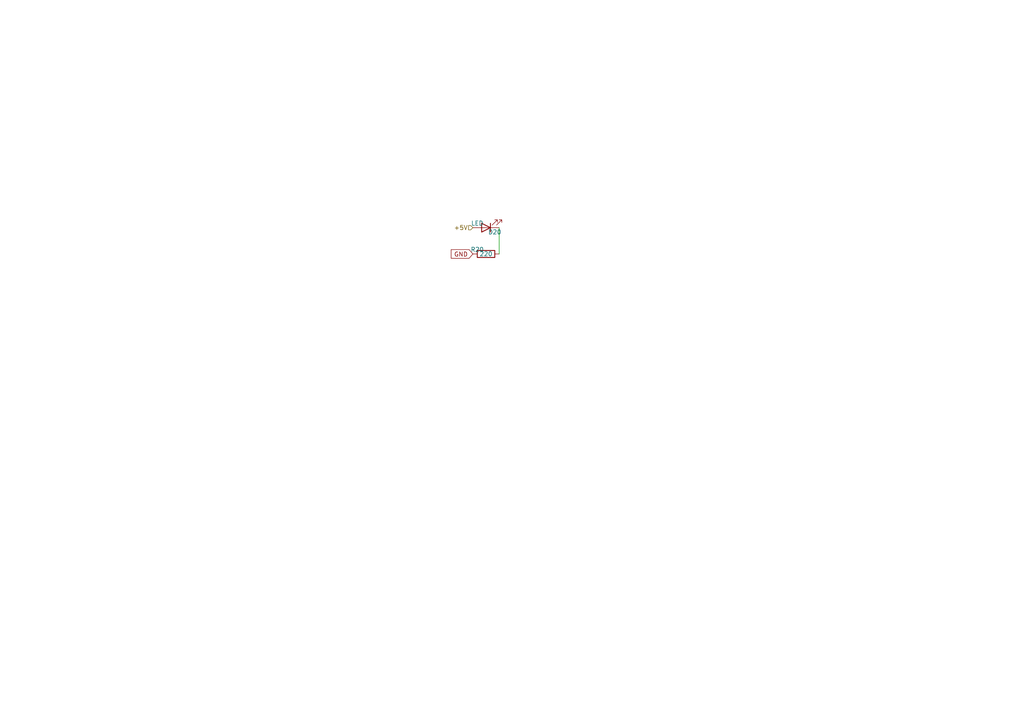
<source format=kicad_sch>
(kicad_sch (version 20211123) (generator eeschema)
  (paper "A4")
  (lib_symbols
    (symbol "Device:LED" (pin_numbers hide) (pin_names (offset 1.016) hide)
      (property "Reference" "D" (at 0 2.54 0))
      (property "Value" "LED" (at 0 -2.54 0))
      (symbol "LED_0_1"
        (polyline (pts (xy -1.27 -1.27) (xy -1.27 1.27)) (stroke (width 0.254)))
        (polyline (pts (xy -1.27 0) (xy 1.27 0)))
        (polyline (pts (xy 1.27 -1.27) (xy 1.27 1.27) (xy -1.27 0) (xy 1.27 -1.27)) (stroke (width 0.254)))
        (polyline (pts (xy -3.048 -0.762) (xy -4.572 -2.286) (xy -3.81 -2.286) (xy -4.572 -2.286) (xy -4.572 -1.524)))
        (polyline (pts (xy -1.778 -0.762) (xy -3.302 -2.286) (xy -2.54 -2.286) (xy -3.302 -2.286) (xy -3.302 -1.524)))
      )
      (symbol "LED_1_1"
        (pin passive line (at -3.81 0 0) (length 2.54) (name "K") (number "1"))
        (pin passive line (at 3.81 0 180) (length 2.54) (name "A") (number "2"))
      )
    )
    (symbol "Device:R" (pin_numbers hide) (pin_names (offset 0))
      (property "Reference" "R" (at 2.032 0 90))
      (property "Value" "R" (at 0 0 90))
      (symbol "R_0_1"
        (rectangle (start -1.016 -2.54) (end 1.016 2.54) (stroke (width 0.254)))
      )
      (symbol "R_1_1"
        (pin passive line (at 0 3.81 270) (length 1.27) (name "~") (number "1"))
        (pin passive line (at 0 -3.81 90) (length 1.27) (name "~") (number "2"))
      )
    )
  )
  (wire (pts (xy 144.78 66.04) (xy 144.78 73.66)))
  (global_label "GND" (shape input) (at 137.16 73.66 180) (property "Intersheet References" "${INTERSHEET_REFS}" (effects hide)))
  (hierarchical_label "+5V" (shape input) (at 137.16 66.04 180))
  (symbol (lib_id "Device:R") (at 140.97 73.66 90)
    (property "Reference" "R20" (at 138.43 72.39 90))
    (property "Value" "220" (at 140.97 73.66 90))
    (property "Footprint" "Resistor_SMD:R_0805_2012Metric_Pad1.20x1.40mm_HandSolder" (effects hide))
  )
  (symbol (lib_id "Device:LED") (at 140.97 66.04 180)
    (property "Reference" "D20" (at 143.51 67.31 0))
    (property "Value" "LED" (at 138.43 64.77 0))
    (property "Footprint" "LED_SMD:LED_0805_2012Metric_Pad1.15x1.40mm_HandSolder" (effects hide))
  )
)
</source>
